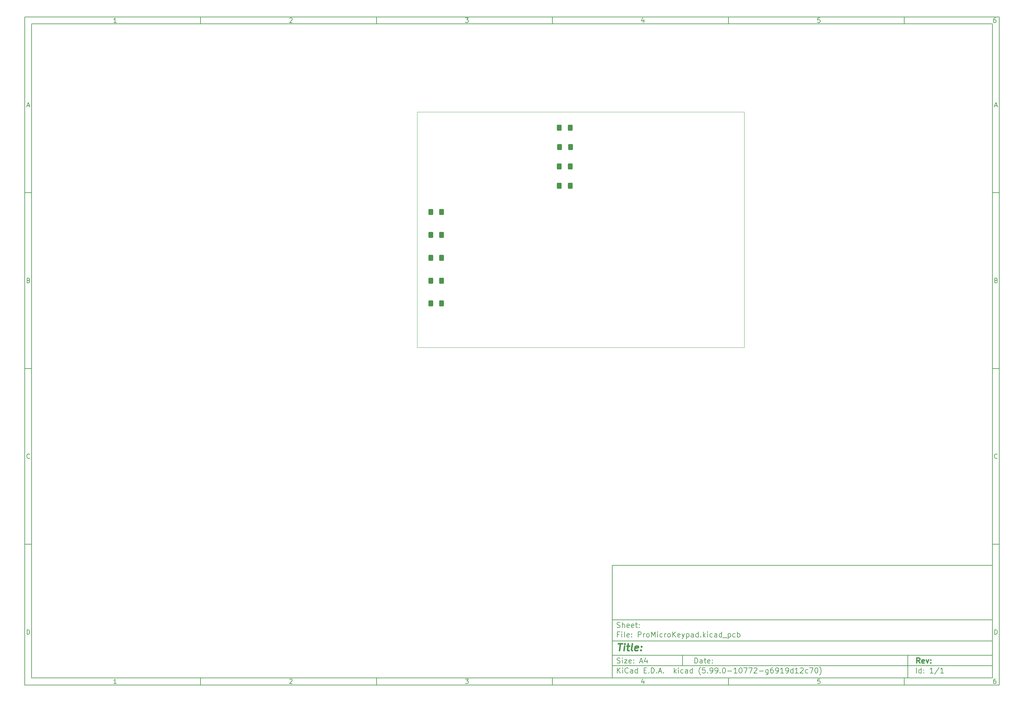
<source format=gbr>
%TF.GenerationSoftware,KiCad,Pcbnew,(5.99.0-10772-g6919d12c70)*%
%TF.CreationDate,2021-08-04T17:24:59+12:00*%
%TF.ProjectId,ProMicroKeypad,50726f4d-6963-4726-9f4b-65797061642e,rev?*%
%TF.SameCoordinates,Original*%
%TF.FileFunction,Paste,Top*%
%TF.FilePolarity,Positive*%
%FSLAX46Y46*%
G04 Gerber Fmt 4.6, Leading zero omitted, Abs format (unit mm)*
G04 Created by KiCad (PCBNEW (5.99.0-10772-g6919d12c70)) date 2021-08-04 17:24:59*
%MOMM*%
%LPD*%
G01*
G04 APERTURE LIST*
G04 Aperture macros list*
%AMRoundRect*
0 Rectangle with rounded corners*
0 $1 Rounding radius*
0 $2 $3 $4 $5 $6 $7 $8 $9 X,Y pos of 4 corners*
0 Add a 4 corners polygon primitive as box body*
4,1,4,$2,$3,$4,$5,$6,$7,$8,$9,$2,$3,0*
0 Add four circle primitives for the rounded corners*
1,1,$1+$1,$2,$3*
1,1,$1+$1,$4,$5*
1,1,$1+$1,$6,$7*
1,1,$1+$1,$8,$9*
0 Add four rect primitives between the rounded corners*
20,1,$1+$1,$2,$3,$4,$5,0*
20,1,$1+$1,$4,$5,$6,$7,0*
20,1,$1+$1,$6,$7,$8,$9,0*
20,1,$1+$1,$8,$9,$2,$3,0*%
G04 Aperture macros list end*
%ADD10C,0.100000*%
%ADD11C,0.150000*%
%ADD12C,0.300000*%
%ADD13C,0.400000*%
%TA.AperFunction,Profile*%
%ADD14C,0.100000*%
%TD*%
%ADD15RoundRect,0.250000X-0.400000X-0.625000X0.400000X-0.625000X0.400000X0.625000X-0.400000X0.625000X0*%
G04 APERTURE END LIST*
D10*
D11*
X177002200Y-166007200D02*
X177002200Y-198007200D01*
X285002200Y-198007200D01*
X285002200Y-166007200D01*
X177002200Y-166007200D01*
D10*
D11*
X10000000Y-10000000D02*
X10000000Y-200007200D01*
X287002200Y-200007200D01*
X287002200Y-10000000D01*
X10000000Y-10000000D01*
D10*
D11*
X12000000Y-12000000D02*
X12000000Y-198007200D01*
X285002200Y-198007200D01*
X285002200Y-12000000D01*
X12000000Y-12000000D01*
D10*
D11*
X60000000Y-12000000D02*
X60000000Y-10000000D01*
D10*
D11*
X110000000Y-12000000D02*
X110000000Y-10000000D01*
D10*
D11*
X160000000Y-12000000D02*
X160000000Y-10000000D01*
D10*
D11*
X210000000Y-12000000D02*
X210000000Y-10000000D01*
D10*
D11*
X260000000Y-12000000D02*
X260000000Y-10000000D01*
D10*
D11*
X36065476Y-11588095D02*
X35322619Y-11588095D01*
X35694047Y-11588095D02*
X35694047Y-10288095D01*
X35570238Y-10473809D01*
X35446428Y-10597619D01*
X35322619Y-10659523D01*
D10*
D11*
X85322619Y-10411904D02*
X85384523Y-10350000D01*
X85508333Y-10288095D01*
X85817857Y-10288095D01*
X85941666Y-10350000D01*
X86003571Y-10411904D01*
X86065476Y-10535714D01*
X86065476Y-10659523D01*
X86003571Y-10845238D01*
X85260714Y-11588095D01*
X86065476Y-11588095D01*
D10*
D11*
X135260714Y-10288095D02*
X136065476Y-10288095D01*
X135632142Y-10783333D01*
X135817857Y-10783333D01*
X135941666Y-10845238D01*
X136003571Y-10907142D01*
X136065476Y-11030952D01*
X136065476Y-11340476D01*
X136003571Y-11464285D01*
X135941666Y-11526190D01*
X135817857Y-11588095D01*
X135446428Y-11588095D01*
X135322619Y-11526190D01*
X135260714Y-11464285D01*
D10*
D11*
X185941666Y-10721428D02*
X185941666Y-11588095D01*
X185632142Y-10226190D02*
X185322619Y-11154761D01*
X186127380Y-11154761D01*
D10*
D11*
X236003571Y-10288095D02*
X235384523Y-10288095D01*
X235322619Y-10907142D01*
X235384523Y-10845238D01*
X235508333Y-10783333D01*
X235817857Y-10783333D01*
X235941666Y-10845238D01*
X236003571Y-10907142D01*
X236065476Y-11030952D01*
X236065476Y-11340476D01*
X236003571Y-11464285D01*
X235941666Y-11526190D01*
X235817857Y-11588095D01*
X235508333Y-11588095D01*
X235384523Y-11526190D01*
X235322619Y-11464285D01*
D10*
D11*
X285941666Y-10288095D02*
X285694047Y-10288095D01*
X285570238Y-10350000D01*
X285508333Y-10411904D01*
X285384523Y-10597619D01*
X285322619Y-10845238D01*
X285322619Y-11340476D01*
X285384523Y-11464285D01*
X285446428Y-11526190D01*
X285570238Y-11588095D01*
X285817857Y-11588095D01*
X285941666Y-11526190D01*
X286003571Y-11464285D01*
X286065476Y-11340476D01*
X286065476Y-11030952D01*
X286003571Y-10907142D01*
X285941666Y-10845238D01*
X285817857Y-10783333D01*
X285570238Y-10783333D01*
X285446428Y-10845238D01*
X285384523Y-10907142D01*
X285322619Y-11030952D01*
D10*
D11*
X60000000Y-198007200D02*
X60000000Y-200007200D01*
D10*
D11*
X110000000Y-198007200D02*
X110000000Y-200007200D01*
D10*
D11*
X160000000Y-198007200D02*
X160000000Y-200007200D01*
D10*
D11*
X210000000Y-198007200D02*
X210000000Y-200007200D01*
D10*
D11*
X260000000Y-198007200D02*
X260000000Y-200007200D01*
D10*
D11*
X36065476Y-199595295D02*
X35322619Y-199595295D01*
X35694047Y-199595295D02*
X35694047Y-198295295D01*
X35570238Y-198481009D01*
X35446428Y-198604819D01*
X35322619Y-198666723D01*
D10*
D11*
X85322619Y-198419104D02*
X85384523Y-198357200D01*
X85508333Y-198295295D01*
X85817857Y-198295295D01*
X85941666Y-198357200D01*
X86003571Y-198419104D01*
X86065476Y-198542914D01*
X86065476Y-198666723D01*
X86003571Y-198852438D01*
X85260714Y-199595295D01*
X86065476Y-199595295D01*
D10*
D11*
X135260714Y-198295295D02*
X136065476Y-198295295D01*
X135632142Y-198790533D01*
X135817857Y-198790533D01*
X135941666Y-198852438D01*
X136003571Y-198914342D01*
X136065476Y-199038152D01*
X136065476Y-199347676D01*
X136003571Y-199471485D01*
X135941666Y-199533390D01*
X135817857Y-199595295D01*
X135446428Y-199595295D01*
X135322619Y-199533390D01*
X135260714Y-199471485D01*
D10*
D11*
X185941666Y-198728628D02*
X185941666Y-199595295D01*
X185632142Y-198233390D02*
X185322619Y-199161961D01*
X186127380Y-199161961D01*
D10*
D11*
X236003571Y-198295295D02*
X235384523Y-198295295D01*
X235322619Y-198914342D01*
X235384523Y-198852438D01*
X235508333Y-198790533D01*
X235817857Y-198790533D01*
X235941666Y-198852438D01*
X236003571Y-198914342D01*
X236065476Y-199038152D01*
X236065476Y-199347676D01*
X236003571Y-199471485D01*
X235941666Y-199533390D01*
X235817857Y-199595295D01*
X235508333Y-199595295D01*
X235384523Y-199533390D01*
X235322619Y-199471485D01*
D10*
D11*
X285941666Y-198295295D02*
X285694047Y-198295295D01*
X285570238Y-198357200D01*
X285508333Y-198419104D01*
X285384523Y-198604819D01*
X285322619Y-198852438D01*
X285322619Y-199347676D01*
X285384523Y-199471485D01*
X285446428Y-199533390D01*
X285570238Y-199595295D01*
X285817857Y-199595295D01*
X285941666Y-199533390D01*
X286003571Y-199471485D01*
X286065476Y-199347676D01*
X286065476Y-199038152D01*
X286003571Y-198914342D01*
X285941666Y-198852438D01*
X285817857Y-198790533D01*
X285570238Y-198790533D01*
X285446428Y-198852438D01*
X285384523Y-198914342D01*
X285322619Y-199038152D01*
D10*
D11*
X10000000Y-60000000D02*
X12000000Y-60000000D01*
D10*
D11*
X10000000Y-110000000D02*
X12000000Y-110000000D01*
D10*
D11*
X10000000Y-160000000D02*
X12000000Y-160000000D01*
D10*
D11*
X10690476Y-35216666D02*
X11309523Y-35216666D01*
X10566666Y-35588095D02*
X11000000Y-34288095D01*
X11433333Y-35588095D01*
D10*
D11*
X11092857Y-84907142D02*
X11278571Y-84969047D01*
X11340476Y-85030952D01*
X11402380Y-85154761D01*
X11402380Y-85340476D01*
X11340476Y-85464285D01*
X11278571Y-85526190D01*
X11154761Y-85588095D01*
X10659523Y-85588095D01*
X10659523Y-84288095D01*
X11092857Y-84288095D01*
X11216666Y-84350000D01*
X11278571Y-84411904D01*
X11340476Y-84535714D01*
X11340476Y-84659523D01*
X11278571Y-84783333D01*
X11216666Y-84845238D01*
X11092857Y-84907142D01*
X10659523Y-84907142D01*
D10*
D11*
X11402380Y-135464285D02*
X11340476Y-135526190D01*
X11154761Y-135588095D01*
X11030952Y-135588095D01*
X10845238Y-135526190D01*
X10721428Y-135402380D01*
X10659523Y-135278571D01*
X10597619Y-135030952D01*
X10597619Y-134845238D01*
X10659523Y-134597619D01*
X10721428Y-134473809D01*
X10845238Y-134350000D01*
X11030952Y-134288095D01*
X11154761Y-134288095D01*
X11340476Y-134350000D01*
X11402380Y-134411904D01*
D10*
D11*
X10659523Y-185588095D02*
X10659523Y-184288095D01*
X10969047Y-184288095D01*
X11154761Y-184350000D01*
X11278571Y-184473809D01*
X11340476Y-184597619D01*
X11402380Y-184845238D01*
X11402380Y-185030952D01*
X11340476Y-185278571D01*
X11278571Y-185402380D01*
X11154761Y-185526190D01*
X10969047Y-185588095D01*
X10659523Y-185588095D01*
D10*
D11*
X287002200Y-60000000D02*
X285002200Y-60000000D01*
D10*
D11*
X287002200Y-110000000D02*
X285002200Y-110000000D01*
D10*
D11*
X287002200Y-160000000D02*
X285002200Y-160000000D01*
D10*
D11*
X285692676Y-35216666D02*
X286311723Y-35216666D01*
X285568866Y-35588095D02*
X286002200Y-34288095D01*
X286435533Y-35588095D01*
D10*
D11*
X286095057Y-84907142D02*
X286280771Y-84969047D01*
X286342676Y-85030952D01*
X286404580Y-85154761D01*
X286404580Y-85340476D01*
X286342676Y-85464285D01*
X286280771Y-85526190D01*
X286156961Y-85588095D01*
X285661723Y-85588095D01*
X285661723Y-84288095D01*
X286095057Y-84288095D01*
X286218866Y-84350000D01*
X286280771Y-84411904D01*
X286342676Y-84535714D01*
X286342676Y-84659523D01*
X286280771Y-84783333D01*
X286218866Y-84845238D01*
X286095057Y-84907142D01*
X285661723Y-84907142D01*
D10*
D11*
X286404580Y-135464285D02*
X286342676Y-135526190D01*
X286156961Y-135588095D01*
X286033152Y-135588095D01*
X285847438Y-135526190D01*
X285723628Y-135402380D01*
X285661723Y-135278571D01*
X285599819Y-135030952D01*
X285599819Y-134845238D01*
X285661723Y-134597619D01*
X285723628Y-134473809D01*
X285847438Y-134350000D01*
X286033152Y-134288095D01*
X286156961Y-134288095D01*
X286342676Y-134350000D01*
X286404580Y-134411904D01*
D10*
D11*
X285661723Y-185588095D02*
X285661723Y-184288095D01*
X285971247Y-184288095D01*
X286156961Y-184350000D01*
X286280771Y-184473809D01*
X286342676Y-184597619D01*
X286404580Y-184845238D01*
X286404580Y-185030952D01*
X286342676Y-185278571D01*
X286280771Y-185402380D01*
X286156961Y-185526190D01*
X285971247Y-185588095D01*
X285661723Y-185588095D01*
D10*
D11*
X200434342Y-193785771D02*
X200434342Y-192285771D01*
X200791485Y-192285771D01*
X201005771Y-192357200D01*
X201148628Y-192500057D01*
X201220057Y-192642914D01*
X201291485Y-192928628D01*
X201291485Y-193142914D01*
X201220057Y-193428628D01*
X201148628Y-193571485D01*
X201005771Y-193714342D01*
X200791485Y-193785771D01*
X200434342Y-193785771D01*
X202577200Y-193785771D02*
X202577200Y-193000057D01*
X202505771Y-192857200D01*
X202362914Y-192785771D01*
X202077200Y-192785771D01*
X201934342Y-192857200D01*
X202577200Y-193714342D02*
X202434342Y-193785771D01*
X202077200Y-193785771D01*
X201934342Y-193714342D01*
X201862914Y-193571485D01*
X201862914Y-193428628D01*
X201934342Y-193285771D01*
X202077200Y-193214342D01*
X202434342Y-193214342D01*
X202577200Y-193142914D01*
X203077200Y-192785771D02*
X203648628Y-192785771D01*
X203291485Y-192285771D02*
X203291485Y-193571485D01*
X203362914Y-193714342D01*
X203505771Y-193785771D01*
X203648628Y-193785771D01*
X204720057Y-193714342D02*
X204577200Y-193785771D01*
X204291485Y-193785771D01*
X204148628Y-193714342D01*
X204077200Y-193571485D01*
X204077200Y-193000057D01*
X204148628Y-192857200D01*
X204291485Y-192785771D01*
X204577200Y-192785771D01*
X204720057Y-192857200D01*
X204791485Y-193000057D01*
X204791485Y-193142914D01*
X204077200Y-193285771D01*
X205434342Y-193642914D02*
X205505771Y-193714342D01*
X205434342Y-193785771D01*
X205362914Y-193714342D01*
X205434342Y-193642914D01*
X205434342Y-193785771D01*
X205434342Y-192857200D02*
X205505771Y-192928628D01*
X205434342Y-193000057D01*
X205362914Y-192928628D01*
X205434342Y-192857200D01*
X205434342Y-193000057D01*
D10*
D11*
X177002200Y-194507200D02*
X285002200Y-194507200D01*
D10*
D11*
X178434342Y-196585771D02*
X178434342Y-195085771D01*
X179291485Y-196585771D02*
X178648628Y-195728628D01*
X179291485Y-195085771D02*
X178434342Y-195942914D01*
X179934342Y-196585771D02*
X179934342Y-195585771D01*
X179934342Y-195085771D02*
X179862914Y-195157200D01*
X179934342Y-195228628D01*
X180005771Y-195157200D01*
X179934342Y-195085771D01*
X179934342Y-195228628D01*
X181505771Y-196442914D02*
X181434342Y-196514342D01*
X181220057Y-196585771D01*
X181077200Y-196585771D01*
X180862914Y-196514342D01*
X180720057Y-196371485D01*
X180648628Y-196228628D01*
X180577200Y-195942914D01*
X180577200Y-195728628D01*
X180648628Y-195442914D01*
X180720057Y-195300057D01*
X180862914Y-195157200D01*
X181077200Y-195085771D01*
X181220057Y-195085771D01*
X181434342Y-195157200D01*
X181505771Y-195228628D01*
X182791485Y-196585771D02*
X182791485Y-195800057D01*
X182720057Y-195657200D01*
X182577200Y-195585771D01*
X182291485Y-195585771D01*
X182148628Y-195657200D01*
X182791485Y-196514342D02*
X182648628Y-196585771D01*
X182291485Y-196585771D01*
X182148628Y-196514342D01*
X182077200Y-196371485D01*
X182077200Y-196228628D01*
X182148628Y-196085771D01*
X182291485Y-196014342D01*
X182648628Y-196014342D01*
X182791485Y-195942914D01*
X184148628Y-196585771D02*
X184148628Y-195085771D01*
X184148628Y-196514342D02*
X184005771Y-196585771D01*
X183720057Y-196585771D01*
X183577200Y-196514342D01*
X183505771Y-196442914D01*
X183434342Y-196300057D01*
X183434342Y-195871485D01*
X183505771Y-195728628D01*
X183577200Y-195657200D01*
X183720057Y-195585771D01*
X184005771Y-195585771D01*
X184148628Y-195657200D01*
X186005771Y-195800057D02*
X186505771Y-195800057D01*
X186720057Y-196585771D02*
X186005771Y-196585771D01*
X186005771Y-195085771D01*
X186720057Y-195085771D01*
X187362914Y-196442914D02*
X187434342Y-196514342D01*
X187362914Y-196585771D01*
X187291485Y-196514342D01*
X187362914Y-196442914D01*
X187362914Y-196585771D01*
X188077200Y-196585771D02*
X188077200Y-195085771D01*
X188434342Y-195085771D01*
X188648628Y-195157200D01*
X188791485Y-195300057D01*
X188862914Y-195442914D01*
X188934342Y-195728628D01*
X188934342Y-195942914D01*
X188862914Y-196228628D01*
X188791485Y-196371485D01*
X188648628Y-196514342D01*
X188434342Y-196585771D01*
X188077200Y-196585771D01*
X189577200Y-196442914D02*
X189648628Y-196514342D01*
X189577200Y-196585771D01*
X189505771Y-196514342D01*
X189577200Y-196442914D01*
X189577200Y-196585771D01*
X190220057Y-196157200D02*
X190934342Y-196157200D01*
X190077200Y-196585771D02*
X190577200Y-195085771D01*
X191077200Y-196585771D01*
X191577200Y-196442914D02*
X191648628Y-196514342D01*
X191577200Y-196585771D01*
X191505771Y-196514342D01*
X191577200Y-196442914D01*
X191577200Y-196585771D01*
X194577200Y-196585771D02*
X194577200Y-195085771D01*
X194720057Y-196014342D02*
X195148628Y-196585771D01*
X195148628Y-195585771D02*
X194577200Y-196157200D01*
X195791485Y-196585771D02*
X195791485Y-195585771D01*
X195791485Y-195085771D02*
X195720057Y-195157200D01*
X195791485Y-195228628D01*
X195862914Y-195157200D01*
X195791485Y-195085771D01*
X195791485Y-195228628D01*
X197148628Y-196514342D02*
X197005771Y-196585771D01*
X196720057Y-196585771D01*
X196577200Y-196514342D01*
X196505771Y-196442914D01*
X196434342Y-196300057D01*
X196434342Y-195871485D01*
X196505771Y-195728628D01*
X196577200Y-195657200D01*
X196720057Y-195585771D01*
X197005771Y-195585771D01*
X197148628Y-195657200D01*
X198434342Y-196585771D02*
X198434342Y-195800057D01*
X198362914Y-195657200D01*
X198220057Y-195585771D01*
X197934342Y-195585771D01*
X197791485Y-195657200D01*
X198434342Y-196514342D02*
X198291485Y-196585771D01*
X197934342Y-196585771D01*
X197791485Y-196514342D01*
X197720057Y-196371485D01*
X197720057Y-196228628D01*
X197791485Y-196085771D01*
X197934342Y-196014342D01*
X198291485Y-196014342D01*
X198434342Y-195942914D01*
X199791485Y-196585771D02*
X199791485Y-195085771D01*
X199791485Y-196514342D02*
X199648628Y-196585771D01*
X199362914Y-196585771D01*
X199220057Y-196514342D01*
X199148628Y-196442914D01*
X199077200Y-196300057D01*
X199077200Y-195871485D01*
X199148628Y-195728628D01*
X199220057Y-195657200D01*
X199362914Y-195585771D01*
X199648628Y-195585771D01*
X199791485Y-195657200D01*
X202077200Y-197157200D02*
X202005771Y-197085771D01*
X201862914Y-196871485D01*
X201791485Y-196728628D01*
X201720057Y-196514342D01*
X201648628Y-196157200D01*
X201648628Y-195871485D01*
X201720057Y-195514342D01*
X201791485Y-195300057D01*
X201862914Y-195157200D01*
X202005771Y-194942914D01*
X202077200Y-194871485D01*
X203362914Y-195085771D02*
X202648628Y-195085771D01*
X202577200Y-195800057D01*
X202648628Y-195728628D01*
X202791485Y-195657200D01*
X203148628Y-195657200D01*
X203291485Y-195728628D01*
X203362914Y-195800057D01*
X203434342Y-195942914D01*
X203434342Y-196300057D01*
X203362914Y-196442914D01*
X203291485Y-196514342D01*
X203148628Y-196585771D01*
X202791485Y-196585771D01*
X202648628Y-196514342D01*
X202577200Y-196442914D01*
X204077200Y-196442914D02*
X204148628Y-196514342D01*
X204077200Y-196585771D01*
X204005771Y-196514342D01*
X204077200Y-196442914D01*
X204077200Y-196585771D01*
X204862914Y-196585771D02*
X205148628Y-196585771D01*
X205291485Y-196514342D01*
X205362914Y-196442914D01*
X205505771Y-196228628D01*
X205577200Y-195942914D01*
X205577200Y-195371485D01*
X205505771Y-195228628D01*
X205434342Y-195157200D01*
X205291485Y-195085771D01*
X205005771Y-195085771D01*
X204862914Y-195157200D01*
X204791485Y-195228628D01*
X204720057Y-195371485D01*
X204720057Y-195728628D01*
X204791485Y-195871485D01*
X204862914Y-195942914D01*
X205005771Y-196014342D01*
X205291485Y-196014342D01*
X205434342Y-195942914D01*
X205505771Y-195871485D01*
X205577200Y-195728628D01*
X206291485Y-196585771D02*
X206577200Y-196585771D01*
X206720057Y-196514342D01*
X206791485Y-196442914D01*
X206934342Y-196228628D01*
X207005771Y-195942914D01*
X207005771Y-195371485D01*
X206934342Y-195228628D01*
X206862914Y-195157200D01*
X206720057Y-195085771D01*
X206434342Y-195085771D01*
X206291485Y-195157200D01*
X206220057Y-195228628D01*
X206148628Y-195371485D01*
X206148628Y-195728628D01*
X206220057Y-195871485D01*
X206291485Y-195942914D01*
X206434342Y-196014342D01*
X206720057Y-196014342D01*
X206862914Y-195942914D01*
X206934342Y-195871485D01*
X207005771Y-195728628D01*
X207648628Y-196442914D02*
X207720057Y-196514342D01*
X207648628Y-196585771D01*
X207577200Y-196514342D01*
X207648628Y-196442914D01*
X207648628Y-196585771D01*
X208648628Y-195085771D02*
X208791485Y-195085771D01*
X208934342Y-195157200D01*
X209005771Y-195228628D01*
X209077200Y-195371485D01*
X209148628Y-195657200D01*
X209148628Y-196014342D01*
X209077200Y-196300057D01*
X209005771Y-196442914D01*
X208934342Y-196514342D01*
X208791485Y-196585771D01*
X208648628Y-196585771D01*
X208505771Y-196514342D01*
X208434342Y-196442914D01*
X208362914Y-196300057D01*
X208291485Y-196014342D01*
X208291485Y-195657200D01*
X208362914Y-195371485D01*
X208434342Y-195228628D01*
X208505771Y-195157200D01*
X208648628Y-195085771D01*
X209791485Y-196014342D02*
X210934342Y-196014342D01*
X212434342Y-196585771D02*
X211577200Y-196585771D01*
X212005771Y-196585771D02*
X212005771Y-195085771D01*
X211862914Y-195300057D01*
X211720057Y-195442914D01*
X211577200Y-195514342D01*
X213362914Y-195085771D02*
X213505771Y-195085771D01*
X213648628Y-195157200D01*
X213720057Y-195228628D01*
X213791485Y-195371485D01*
X213862914Y-195657200D01*
X213862914Y-196014342D01*
X213791485Y-196300057D01*
X213720057Y-196442914D01*
X213648628Y-196514342D01*
X213505771Y-196585771D01*
X213362914Y-196585771D01*
X213220057Y-196514342D01*
X213148628Y-196442914D01*
X213077200Y-196300057D01*
X213005771Y-196014342D01*
X213005771Y-195657200D01*
X213077200Y-195371485D01*
X213148628Y-195228628D01*
X213220057Y-195157200D01*
X213362914Y-195085771D01*
X214362914Y-195085771D02*
X215362914Y-195085771D01*
X214720057Y-196585771D01*
X215791485Y-195085771D02*
X216791485Y-195085771D01*
X216148628Y-196585771D01*
X217291485Y-195228628D02*
X217362914Y-195157200D01*
X217505771Y-195085771D01*
X217862914Y-195085771D01*
X218005771Y-195157200D01*
X218077200Y-195228628D01*
X218148628Y-195371485D01*
X218148628Y-195514342D01*
X218077200Y-195728628D01*
X217220057Y-196585771D01*
X218148628Y-196585771D01*
X218791485Y-196014342D02*
X219934342Y-196014342D01*
X221291485Y-195585771D02*
X221291485Y-196800057D01*
X221220057Y-196942914D01*
X221148628Y-197014342D01*
X221005771Y-197085771D01*
X220791485Y-197085771D01*
X220648628Y-197014342D01*
X221291485Y-196514342D02*
X221148628Y-196585771D01*
X220862914Y-196585771D01*
X220720057Y-196514342D01*
X220648628Y-196442914D01*
X220577200Y-196300057D01*
X220577200Y-195871485D01*
X220648628Y-195728628D01*
X220720057Y-195657200D01*
X220862914Y-195585771D01*
X221148628Y-195585771D01*
X221291485Y-195657200D01*
X222648628Y-195085771D02*
X222362914Y-195085771D01*
X222220057Y-195157200D01*
X222148628Y-195228628D01*
X222005771Y-195442914D01*
X221934342Y-195728628D01*
X221934342Y-196300057D01*
X222005771Y-196442914D01*
X222077200Y-196514342D01*
X222220057Y-196585771D01*
X222505771Y-196585771D01*
X222648628Y-196514342D01*
X222720057Y-196442914D01*
X222791485Y-196300057D01*
X222791485Y-195942914D01*
X222720057Y-195800057D01*
X222648628Y-195728628D01*
X222505771Y-195657200D01*
X222220057Y-195657200D01*
X222077200Y-195728628D01*
X222005771Y-195800057D01*
X221934342Y-195942914D01*
X223505771Y-196585771D02*
X223791485Y-196585771D01*
X223934342Y-196514342D01*
X224005771Y-196442914D01*
X224148628Y-196228628D01*
X224220057Y-195942914D01*
X224220057Y-195371485D01*
X224148628Y-195228628D01*
X224077200Y-195157200D01*
X223934342Y-195085771D01*
X223648628Y-195085771D01*
X223505771Y-195157200D01*
X223434342Y-195228628D01*
X223362914Y-195371485D01*
X223362914Y-195728628D01*
X223434342Y-195871485D01*
X223505771Y-195942914D01*
X223648628Y-196014342D01*
X223934342Y-196014342D01*
X224077200Y-195942914D01*
X224148628Y-195871485D01*
X224220057Y-195728628D01*
X225648628Y-196585771D02*
X224791485Y-196585771D01*
X225220057Y-196585771D02*
X225220057Y-195085771D01*
X225077200Y-195300057D01*
X224934342Y-195442914D01*
X224791485Y-195514342D01*
X226362914Y-196585771D02*
X226648628Y-196585771D01*
X226791485Y-196514342D01*
X226862914Y-196442914D01*
X227005771Y-196228628D01*
X227077199Y-195942914D01*
X227077199Y-195371485D01*
X227005771Y-195228628D01*
X226934342Y-195157200D01*
X226791485Y-195085771D01*
X226505771Y-195085771D01*
X226362914Y-195157200D01*
X226291485Y-195228628D01*
X226220057Y-195371485D01*
X226220057Y-195728628D01*
X226291485Y-195871485D01*
X226362914Y-195942914D01*
X226505771Y-196014342D01*
X226791485Y-196014342D01*
X226934342Y-195942914D01*
X227005771Y-195871485D01*
X227077199Y-195728628D01*
X228362914Y-196585771D02*
X228362914Y-195085771D01*
X228362914Y-196514342D02*
X228220057Y-196585771D01*
X227934342Y-196585771D01*
X227791485Y-196514342D01*
X227720057Y-196442914D01*
X227648628Y-196300057D01*
X227648628Y-195871485D01*
X227720057Y-195728628D01*
X227791485Y-195657200D01*
X227934342Y-195585771D01*
X228220057Y-195585771D01*
X228362914Y-195657200D01*
X229862914Y-196585771D02*
X229005771Y-196585771D01*
X229434342Y-196585771D02*
X229434342Y-195085771D01*
X229291485Y-195300057D01*
X229148628Y-195442914D01*
X229005771Y-195514342D01*
X230434342Y-195228628D02*
X230505771Y-195157200D01*
X230648628Y-195085771D01*
X231005771Y-195085771D01*
X231148628Y-195157200D01*
X231220057Y-195228628D01*
X231291485Y-195371485D01*
X231291485Y-195514342D01*
X231220057Y-195728628D01*
X230362914Y-196585771D01*
X231291485Y-196585771D01*
X232577199Y-196514342D02*
X232434342Y-196585771D01*
X232148628Y-196585771D01*
X232005771Y-196514342D01*
X231934342Y-196442914D01*
X231862914Y-196300057D01*
X231862914Y-195871485D01*
X231934342Y-195728628D01*
X232005771Y-195657200D01*
X232148628Y-195585771D01*
X232434342Y-195585771D01*
X232577199Y-195657200D01*
X233077199Y-195085771D02*
X234077199Y-195085771D01*
X233434342Y-196585771D01*
X234934342Y-195085771D02*
X235077199Y-195085771D01*
X235220057Y-195157200D01*
X235291485Y-195228628D01*
X235362914Y-195371485D01*
X235434342Y-195657200D01*
X235434342Y-196014342D01*
X235362914Y-196300057D01*
X235291485Y-196442914D01*
X235220057Y-196514342D01*
X235077199Y-196585771D01*
X234934342Y-196585771D01*
X234791485Y-196514342D01*
X234720057Y-196442914D01*
X234648628Y-196300057D01*
X234577199Y-196014342D01*
X234577199Y-195657200D01*
X234648628Y-195371485D01*
X234720057Y-195228628D01*
X234791485Y-195157200D01*
X234934342Y-195085771D01*
X235934342Y-197157200D02*
X236005771Y-197085771D01*
X236148628Y-196871485D01*
X236220057Y-196728628D01*
X236291485Y-196514342D01*
X236362914Y-196157200D01*
X236362914Y-195871485D01*
X236291485Y-195514342D01*
X236220057Y-195300057D01*
X236148628Y-195157200D01*
X236005771Y-194942914D01*
X235934342Y-194871485D01*
D10*
D11*
X177002200Y-191507200D02*
X285002200Y-191507200D01*
D10*
D12*
X264411485Y-193785771D02*
X263911485Y-193071485D01*
X263554342Y-193785771D02*
X263554342Y-192285771D01*
X264125771Y-192285771D01*
X264268628Y-192357200D01*
X264340057Y-192428628D01*
X264411485Y-192571485D01*
X264411485Y-192785771D01*
X264340057Y-192928628D01*
X264268628Y-193000057D01*
X264125771Y-193071485D01*
X263554342Y-193071485D01*
X265625771Y-193714342D02*
X265482914Y-193785771D01*
X265197200Y-193785771D01*
X265054342Y-193714342D01*
X264982914Y-193571485D01*
X264982914Y-193000057D01*
X265054342Y-192857200D01*
X265197200Y-192785771D01*
X265482914Y-192785771D01*
X265625771Y-192857200D01*
X265697200Y-193000057D01*
X265697200Y-193142914D01*
X264982914Y-193285771D01*
X266197200Y-192785771D02*
X266554342Y-193785771D01*
X266911485Y-192785771D01*
X267482914Y-193642914D02*
X267554342Y-193714342D01*
X267482914Y-193785771D01*
X267411485Y-193714342D01*
X267482914Y-193642914D01*
X267482914Y-193785771D01*
X267482914Y-192857200D02*
X267554342Y-192928628D01*
X267482914Y-193000057D01*
X267411485Y-192928628D01*
X267482914Y-192857200D01*
X267482914Y-193000057D01*
D10*
D11*
X178362914Y-193714342D02*
X178577200Y-193785771D01*
X178934342Y-193785771D01*
X179077200Y-193714342D01*
X179148628Y-193642914D01*
X179220057Y-193500057D01*
X179220057Y-193357200D01*
X179148628Y-193214342D01*
X179077200Y-193142914D01*
X178934342Y-193071485D01*
X178648628Y-193000057D01*
X178505771Y-192928628D01*
X178434342Y-192857200D01*
X178362914Y-192714342D01*
X178362914Y-192571485D01*
X178434342Y-192428628D01*
X178505771Y-192357200D01*
X178648628Y-192285771D01*
X179005771Y-192285771D01*
X179220057Y-192357200D01*
X179862914Y-193785771D02*
X179862914Y-192785771D01*
X179862914Y-192285771D02*
X179791485Y-192357200D01*
X179862914Y-192428628D01*
X179934342Y-192357200D01*
X179862914Y-192285771D01*
X179862914Y-192428628D01*
X180434342Y-192785771D02*
X181220057Y-192785771D01*
X180434342Y-193785771D01*
X181220057Y-193785771D01*
X182362914Y-193714342D02*
X182220057Y-193785771D01*
X181934342Y-193785771D01*
X181791485Y-193714342D01*
X181720057Y-193571485D01*
X181720057Y-193000057D01*
X181791485Y-192857200D01*
X181934342Y-192785771D01*
X182220057Y-192785771D01*
X182362914Y-192857200D01*
X182434342Y-193000057D01*
X182434342Y-193142914D01*
X181720057Y-193285771D01*
X183077200Y-193642914D02*
X183148628Y-193714342D01*
X183077200Y-193785771D01*
X183005771Y-193714342D01*
X183077200Y-193642914D01*
X183077200Y-193785771D01*
X183077200Y-192857200D02*
X183148628Y-192928628D01*
X183077200Y-193000057D01*
X183005771Y-192928628D01*
X183077200Y-192857200D01*
X183077200Y-193000057D01*
X184862914Y-193357200D02*
X185577200Y-193357200D01*
X184720057Y-193785771D02*
X185220057Y-192285771D01*
X185720057Y-193785771D01*
X186862914Y-192785771D02*
X186862914Y-193785771D01*
X186505771Y-192214342D02*
X186148628Y-193285771D01*
X187077200Y-193285771D01*
D10*
D11*
X263434342Y-196585771D02*
X263434342Y-195085771D01*
X264791485Y-196585771D02*
X264791485Y-195085771D01*
X264791485Y-196514342D02*
X264648628Y-196585771D01*
X264362914Y-196585771D01*
X264220057Y-196514342D01*
X264148628Y-196442914D01*
X264077200Y-196300057D01*
X264077200Y-195871485D01*
X264148628Y-195728628D01*
X264220057Y-195657200D01*
X264362914Y-195585771D01*
X264648628Y-195585771D01*
X264791485Y-195657200D01*
X265505771Y-196442914D02*
X265577200Y-196514342D01*
X265505771Y-196585771D01*
X265434342Y-196514342D01*
X265505771Y-196442914D01*
X265505771Y-196585771D01*
X265505771Y-195657200D02*
X265577200Y-195728628D01*
X265505771Y-195800057D01*
X265434342Y-195728628D01*
X265505771Y-195657200D01*
X265505771Y-195800057D01*
X268148628Y-196585771D02*
X267291485Y-196585771D01*
X267720057Y-196585771D02*
X267720057Y-195085771D01*
X267577200Y-195300057D01*
X267434342Y-195442914D01*
X267291485Y-195514342D01*
X269862914Y-195014342D02*
X268577200Y-196942914D01*
X271148628Y-196585771D02*
X270291485Y-196585771D01*
X270720057Y-196585771D02*
X270720057Y-195085771D01*
X270577200Y-195300057D01*
X270434342Y-195442914D01*
X270291485Y-195514342D01*
D10*
D11*
X177002200Y-187507200D02*
X285002200Y-187507200D01*
D10*
D13*
X178714580Y-188211961D02*
X179857438Y-188211961D01*
X179036009Y-190211961D02*
X179286009Y-188211961D01*
X180274104Y-190211961D02*
X180440771Y-188878628D01*
X180524104Y-188211961D02*
X180416961Y-188307200D01*
X180500295Y-188402438D01*
X180607438Y-188307200D01*
X180524104Y-188211961D01*
X180500295Y-188402438D01*
X181107438Y-188878628D02*
X181869342Y-188878628D01*
X181476485Y-188211961D02*
X181262200Y-189926247D01*
X181333628Y-190116723D01*
X181512200Y-190211961D01*
X181702676Y-190211961D01*
X182655057Y-190211961D02*
X182476485Y-190116723D01*
X182405057Y-189926247D01*
X182619342Y-188211961D01*
X184190771Y-190116723D02*
X183988390Y-190211961D01*
X183607438Y-190211961D01*
X183428866Y-190116723D01*
X183357438Y-189926247D01*
X183452676Y-189164342D01*
X183571723Y-188973866D01*
X183774104Y-188878628D01*
X184155057Y-188878628D01*
X184333628Y-188973866D01*
X184405057Y-189164342D01*
X184381247Y-189354819D01*
X183405057Y-189545295D01*
X185155057Y-190021485D02*
X185238390Y-190116723D01*
X185131247Y-190211961D01*
X185047914Y-190116723D01*
X185155057Y-190021485D01*
X185131247Y-190211961D01*
X185286009Y-188973866D02*
X185369342Y-189069104D01*
X185262200Y-189164342D01*
X185178866Y-189069104D01*
X185286009Y-188973866D01*
X185262200Y-189164342D01*
D10*
D11*
X178934342Y-185600057D02*
X178434342Y-185600057D01*
X178434342Y-186385771D02*
X178434342Y-184885771D01*
X179148628Y-184885771D01*
X179720057Y-186385771D02*
X179720057Y-185385771D01*
X179720057Y-184885771D02*
X179648628Y-184957200D01*
X179720057Y-185028628D01*
X179791485Y-184957200D01*
X179720057Y-184885771D01*
X179720057Y-185028628D01*
X180648628Y-186385771D02*
X180505771Y-186314342D01*
X180434342Y-186171485D01*
X180434342Y-184885771D01*
X181791485Y-186314342D02*
X181648628Y-186385771D01*
X181362914Y-186385771D01*
X181220057Y-186314342D01*
X181148628Y-186171485D01*
X181148628Y-185600057D01*
X181220057Y-185457200D01*
X181362914Y-185385771D01*
X181648628Y-185385771D01*
X181791485Y-185457200D01*
X181862914Y-185600057D01*
X181862914Y-185742914D01*
X181148628Y-185885771D01*
X182505771Y-186242914D02*
X182577200Y-186314342D01*
X182505771Y-186385771D01*
X182434342Y-186314342D01*
X182505771Y-186242914D01*
X182505771Y-186385771D01*
X182505771Y-185457200D02*
X182577200Y-185528628D01*
X182505771Y-185600057D01*
X182434342Y-185528628D01*
X182505771Y-185457200D01*
X182505771Y-185600057D01*
X184362914Y-186385771D02*
X184362914Y-184885771D01*
X184934342Y-184885771D01*
X185077200Y-184957200D01*
X185148628Y-185028628D01*
X185220057Y-185171485D01*
X185220057Y-185385771D01*
X185148628Y-185528628D01*
X185077200Y-185600057D01*
X184934342Y-185671485D01*
X184362914Y-185671485D01*
X185862914Y-186385771D02*
X185862914Y-185385771D01*
X185862914Y-185671485D02*
X185934342Y-185528628D01*
X186005771Y-185457200D01*
X186148628Y-185385771D01*
X186291485Y-185385771D01*
X187005771Y-186385771D02*
X186862914Y-186314342D01*
X186791485Y-186242914D01*
X186720057Y-186100057D01*
X186720057Y-185671485D01*
X186791485Y-185528628D01*
X186862914Y-185457200D01*
X187005771Y-185385771D01*
X187220057Y-185385771D01*
X187362914Y-185457200D01*
X187434342Y-185528628D01*
X187505771Y-185671485D01*
X187505771Y-186100057D01*
X187434342Y-186242914D01*
X187362914Y-186314342D01*
X187220057Y-186385771D01*
X187005771Y-186385771D01*
X188148628Y-186385771D02*
X188148628Y-184885771D01*
X188648628Y-185957200D01*
X189148628Y-184885771D01*
X189148628Y-186385771D01*
X189862914Y-186385771D02*
X189862914Y-185385771D01*
X189862914Y-184885771D02*
X189791485Y-184957200D01*
X189862914Y-185028628D01*
X189934342Y-184957200D01*
X189862914Y-184885771D01*
X189862914Y-185028628D01*
X191220057Y-186314342D02*
X191077200Y-186385771D01*
X190791485Y-186385771D01*
X190648628Y-186314342D01*
X190577200Y-186242914D01*
X190505771Y-186100057D01*
X190505771Y-185671485D01*
X190577200Y-185528628D01*
X190648628Y-185457200D01*
X190791485Y-185385771D01*
X191077200Y-185385771D01*
X191220057Y-185457200D01*
X191862914Y-186385771D02*
X191862914Y-185385771D01*
X191862914Y-185671485D02*
X191934342Y-185528628D01*
X192005771Y-185457200D01*
X192148628Y-185385771D01*
X192291485Y-185385771D01*
X193005771Y-186385771D02*
X192862914Y-186314342D01*
X192791485Y-186242914D01*
X192720057Y-186100057D01*
X192720057Y-185671485D01*
X192791485Y-185528628D01*
X192862914Y-185457200D01*
X193005771Y-185385771D01*
X193220057Y-185385771D01*
X193362914Y-185457200D01*
X193434342Y-185528628D01*
X193505771Y-185671485D01*
X193505771Y-186100057D01*
X193434342Y-186242914D01*
X193362914Y-186314342D01*
X193220057Y-186385771D01*
X193005771Y-186385771D01*
X194148628Y-186385771D02*
X194148628Y-184885771D01*
X195005771Y-186385771D02*
X194362914Y-185528628D01*
X195005771Y-184885771D02*
X194148628Y-185742914D01*
X196220057Y-186314342D02*
X196077200Y-186385771D01*
X195791485Y-186385771D01*
X195648628Y-186314342D01*
X195577200Y-186171485D01*
X195577200Y-185600057D01*
X195648628Y-185457200D01*
X195791485Y-185385771D01*
X196077200Y-185385771D01*
X196220057Y-185457200D01*
X196291485Y-185600057D01*
X196291485Y-185742914D01*
X195577200Y-185885771D01*
X196791485Y-185385771D02*
X197148628Y-186385771D01*
X197505771Y-185385771D02*
X197148628Y-186385771D01*
X197005771Y-186742914D01*
X196934342Y-186814342D01*
X196791485Y-186885771D01*
X198077200Y-185385771D02*
X198077200Y-186885771D01*
X198077200Y-185457200D02*
X198220057Y-185385771D01*
X198505771Y-185385771D01*
X198648628Y-185457200D01*
X198720057Y-185528628D01*
X198791485Y-185671485D01*
X198791485Y-186100057D01*
X198720057Y-186242914D01*
X198648628Y-186314342D01*
X198505771Y-186385771D01*
X198220057Y-186385771D01*
X198077200Y-186314342D01*
X200077200Y-186385771D02*
X200077200Y-185600057D01*
X200005771Y-185457200D01*
X199862914Y-185385771D01*
X199577200Y-185385771D01*
X199434342Y-185457200D01*
X200077200Y-186314342D02*
X199934342Y-186385771D01*
X199577200Y-186385771D01*
X199434342Y-186314342D01*
X199362914Y-186171485D01*
X199362914Y-186028628D01*
X199434342Y-185885771D01*
X199577200Y-185814342D01*
X199934342Y-185814342D01*
X200077200Y-185742914D01*
X201434342Y-186385771D02*
X201434342Y-184885771D01*
X201434342Y-186314342D02*
X201291485Y-186385771D01*
X201005771Y-186385771D01*
X200862914Y-186314342D01*
X200791485Y-186242914D01*
X200720057Y-186100057D01*
X200720057Y-185671485D01*
X200791485Y-185528628D01*
X200862914Y-185457200D01*
X201005771Y-185385771D01*
X201291485Y-185385771D01*
X201434342Y-185457200D01*
X202148628Y-186242914D02*
X202220057Y-186314342D01*
X202148628Y-186385771D01*
X202077200Y-186314342D01*
X202148628Y-186242914D01*
X202148628Y-186385771D01*
X202862914Y-186385771D02*
X202862914Y-184885771D01*
X203005771Y-185814342D02*
X203434342Y-186385771D01*
X203434342Y-185385771D02*
X202862914Y-185957200D01*
X204077200Y-186385771D02*
X204077200Y-185385771D01*
X204077200Y-184885771D02*
X204005771Y-184957200D01*
X204077200Y-185028628D01*
X204148628Y-184957200D01*
X204077200Y-184885771D01*
X204077200Y-185028628D01*
X205434342Y-186314342D02*
X205291485Y-186385771D01*
X205005771Y-186385771D01*
X204862914Y-186314342D01*
X204791485Y-186242914D01*
X204720057Y-186100057D01*
X204720057Y-185671485D01*
X204791485Y-185528628D01*
X204862914Y-185457200D01*
X205005771Y-185385771D01*
X205291485Y-185385771D01*
X205434342Y-185457200D01*
X206720057Y-186385771D02*
X206720057Y-185600057D01*
X206648628Y-185457200D01*
X206505771Y-185385771D01*
X206220057Y-185385771D01*
X206077200Y-185457200D01*
X206720057Y-186314342D02*
X206577200Y-186385771D01*
X206220057Y-186385771D01*
X206077200Y-186314342D01*
X206005771Y-186171485D01*
X206005771Y-186028628D01*
X206077200Y-185885771D01*
X206220057Y-185814342D01*
X206577200Y-185814342D01*
X206720057Y-185742914D01*
X208077200Y-186385771D02*
X208077200Y-184885771D01*
X208077200Y-186314342D02*
X207934342Y-186385771D01*
X207648628Y-186385771D01*
X207505771Y-186314342D01*
X207434342Y-186242914D01*
X207362914Y-186100057D01*
X207362914Y-185671485D01*
X207434342Y-185528628D01*
X207505771Y-185457200D01*
X207648628Y-185385771D01*
X207934342Y-185385771D01*
X208077200Y-185457200D01*
X208434342Y-186528628D02*
X209577200Y-186528628D01*
X209934342Y-185385771D02*
X209934342Y-186885771D01*
X209934342Y-185457200D02*
X210077200Y-185385771D01*
X210362914Y-185385771D01*
X210505771Y-185457200D01*
X210577200Y-185528628D01*
X210648628Y-185671485D01*
X210648628Y-186100057D01*
X210577200Y-186242914D01*
X210505771Y-186314342D01*
X210362914Y-186385771D01*
X210077200Y-186385771D01*
X209934342Y-186314342D01*
X211934342Y-186314342D02*
X211791485Y-186385771D01*
X211505771Y-186385771D01*
X211362914Y-186314342D01*
X211291485Y-186242914D01*
X211220057Y-186100057D01*
X211220057Y-185671485D01*
X211291485Y-185528628D01*
X211362914Y-185457200D01*
X211505771Y-185385771D01*
X211791485Y-185385771D01*
X211934342Y-185457200D01*
X212577200Y-186385771D02*
X212577200Y-184885771D01*
X212577200Y-185457200D02*
X212720057Y-185385771D01*
X213005771Y-185385771D01*
X213148628Y-185457200D01*
X213220057Y-185528628D01*
X213291485Y-185671485D01*
X213291485Y-186100057D01*
X213220057Y-186242914D01*
X213148628Y-186314342D01*
X213005771Y-186385771D01*
X212720057Y-186385771D01*
X212577200Y-186314342D01*
D10*
D11*
X177002200Y-181507200D02*
X285002200Y-181507200D01*
D10*
D11*
X178362914Y-183614342D02*
X178577200Y-183685771D01*
X178934342Y-183685771D01*
X179077200Y-183614342D01*
X179148628Y-183542914D01*
X179220057Y-183400057D01*
X179220057Y-183257200D01*
X179148628Y-183114342D01*
X179077200Y-183042914D01*
X178934342Y-182971485D01*
X178648628Y-182900057D01*
X178505771Y-182828628D01*
X178434342Y-182757200D01*
X178362914Y-182614342D01*
X178362914Y-182471485D01*
X178434342Y-182328628D01*
X178505771Y-182257200D01*
X178648628Y-182185771D01*
X179005771Y-182185771D01*
X179220057Y-182257200D01*
X179862914Y-183685771D02*
X179862914Y-182185771D01*
X180505771Y-183685771D02*
X180505771Y-182900057D01*
X180434342Y-182757200D01*
X180291485Y-182685771D01*
X180077200Y-182685771D01*
X179934342Y-182757200D01*
X179862914Y-182828628D01*
X181791485Y-183614342D02*
X181648628Y-183685771D01*
X181362914Y-183685771D01*
X181220057Y-183614342D01*
X181148628Y-183471485D01*
X181148628Y-182900057D01*
X181220057Y-182757200D01*
X181362914Y-182685771D01*
X181648628Y-182685771D01*
X181791485Y-182757200D01*
X181862914Y-182900057D01*
X181862914Y-183042914D01*
X181148628Y-183185771D01*
X183077200Y-183614342D02*
X182934342Y-183685771D01*
X182648628Y-183685771D01*
X182505771Y-183614342D01*
X182434342Y-183471485D01*
X182434342Y-182900057D01*
X182505771Y-182757200D01*
X182648628Y-182685771D01*
X182934342Y-182685771D01*
X183077200Y-182757200D01*
X183148628Y-182900057D01*
X183148628Y-183042914D01*
X182434342Y-183185771D01*
X183577200Y-182685771D02*
X184148628Y-182685771D01*
X183791485Y-182185771D02*
X183791485Y-183471485D01*
X183862914Y-183614342D01*
X184005771Y-183685771D01*
X184148628Y-183685771D01*
X184648628Y-183542914D02*
X184720057Y-183614342D01*
X184648628Y-183685771D01*
X184577200Y-183614342D01*
X184648628Y-183542914D01*
X184648628Y-183685771D01*
X184648628Y-182757200D02*
X184720057Y-182828628D01*
X184648628Y-182900057D01*
X184577200Y-182828628D01*
X184648628Y-182757200D01*
X184648628Y-182900057D01*
D10*
D12*
D10*
D11*
D10*
D11*
D10*
D11*
D10*
D11*
D10*
D11*
X197002200Y-191507200D02*
X197002200Y-194507200D01*
D10*
D11*
X261002200Y-191507200D02*
X261002200Y-198007200D01*
D14*
X121500000Y-37000000D02*
X214500000Y-37000000D01*
X214500000Y-37000000D02*
X214500000Y-104000000D01*
X214500000Y-104000000D02*
X121500000Y-104000000D01*
X121500000Y-104000000D02*
X121500000Y-37000000D01*
D15*
%TO.C,R8*%
X162000000Y-47000000D03*
X165100000Y-47000000D03*
%TD*%
%TO.C,R1*%
X125400000Y-91500000D03*
X128500000Y-91500000D03*
%TD*%
%TO.C,R5*%
X125400000Y-65500000D03*
X128500000Y-65500000D03*
%TD*%
%TO.C,R9*%
X161950000Y-41500000D03*
X165050000Y-41500000D03*
%TD*%
%TO.C,R7*%
X161950000Y-52500000D03*
X165050000Y-52500000D03*
%TD*%
%TO.C,R4*%
X125400000Y-72000000D03*
X128500000Y-72000000D03*
%TD*%
%TO.C,R2*%
X125400000Y-85000000D03*
X128500000Y-85000000D03*
%TD*%
%TO.C,R6*%
X161950000Y-58000000D03*
X165050000Y-58000000D03*
%TD*%
%TO.C,R3*%
X125400000Y-78500000D03*
X128500000Y-78500000D03*
%TD*%
M02*

</source>
